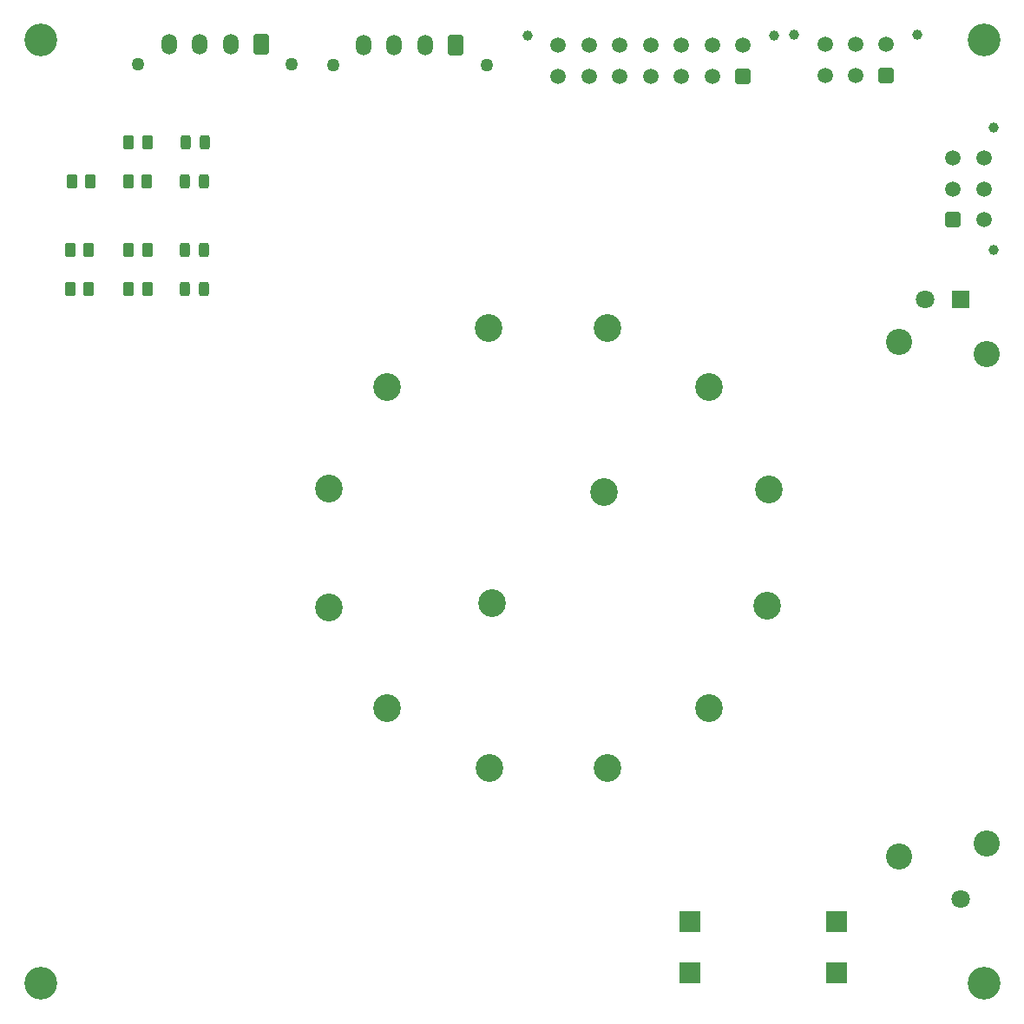
<source format=gbr>
%TF.GenerationSoftware,KiCad,Pcbnew,(6.0.7)*%
%TF.CreationDate,2023-02-04T14:26:28-06:00*%
%TF.ProjectId,ControlsSim,436f6e74-726f-46c7-9353-696d2e6b6963,rev?*%
%TF.SameCoordinates,Original*%
%TF.FileFunction,Soldermask,Top*%
%TF.FilePolarity,Negative*%
%FSLAX46Y46*%
G04 Gerber Fmt 4.6, Leading zero omitted, Abs format (unit mm)*
G04 Created by KiCad (PCBNEW (6.0.7)) date 2023-02-04 14:26:28*
%MOMM*%
%LPD*%
G01*
G04 APERTURE LIST*
G04 Aperture macros list*
%AMRoundRect*
0 Rectangle with rounded corners*
0 $1 Rounding radius*
0 $2 $3 $4 $5 $6 $7 $8 $9 X,Y pos of 4 corners*
0 Add a 4 corners polygon primitive as box body*
4,1,4,$2,$3,$4,$5,$6,$7,$8,$9,$2,$3,0*
0 Add four circle primitives for the rounded corners*
1,1,$1+$1,$2,$3*
1,1,$1+$1,$4,$5*
1,1,$1+$1,$6,$7*
1,1,$1+$1,$8,$9*
0 Add four rect primitives between the rounded corners*
20,1,$1+$1,$2,$3,$4,$5,0*
20,1,$1+$1,$4,$5,$6,$7,0*
20,1,$1+$1,$6,$7,$8,$9,0*
20,1,$1+$1,$8,$9,$2,$3,0*%
G04 Aperture macros list end*
%ADD10RoundRect,0.250000X0.262500X0.450000X-0.262500X0.450000X-0.262500X-0.450000X0.262500X-0.450000X0*%
%ADD11C,3.200000*%
%ADD12RoundRect,0.250000X-0.262500X-0.450000X0.262500X-0.450000X0.262500X0.450000X-0.262500X0.450000X0*%
%ADD13RoundRect,0.243750X-0.243750X-0.456250X0.243750X-0.456250X0.243750X0.456250X-0.243750X0.456250X0*%
%ADD14C,1.000000*%
%ADD15RoundRect,0.250001X0.499999X0.499999X-0.499999X0.499999X-0.499999X-0.499999X0.499999X-0.499999X0*%
%ADD16C,1.500000*%
%ADD17C,1.270000*%
%ADD18RoundRect,0.250001X0.499999X0.759999X-0.499999X0.759999X-0.499999X-0.759999X0.499999X-0.759999X0*%
%ADD19O,1.500000X2.020000*%
%ADD20R,1.800000X1.800000*%
%ADD21C,1.800000*%
%ADD22C,2.550000*%
%ADD23R,2.100000X2.100000*%
%ADD24C,2.700000*%
%ADD25RoundRect,0.250001X0.499999X-0.499999X0.499999X0.499999X-0.499999X0.499999X-0.499999X-0.499999X0*%
G04 APERTURE END LIST*
D10*
%TO.C,R6*%
X114350000Y-67750000D03*
X112525000Y-67750000D03*
%TD*%
D11*
%TO.C,H4*%
X104000000Y-54000000D03*
%TD*%
%TO.C,H2*%
X196000000Y-54000000D03*
%TD*%
D12*
%TO.C,R3*%
X112587500Y-78250000D03*
X114412500Y-78250000D03*
%TD*%
D13*
%TO.C,D4*%
X118062500Y-67750000D03*
X119937500Y-67750000D03*
%TD*%
D12*
%TO.C,R4*%
X106837500Y-78250000D03*
X108662500Y-78250000D03*
%TD*%
D14*
%TO.C,J7*%
X175500000Y-53560000D03*
X151500000Y-53560000D03*
D15*
X172500000Y-57500000D03*
D16*
X169500000Y-57500000D03*
X166500000Y-57500000D03*
X163500000Y-57500000D03*
X160500000Y-57500000D03*
X157500000Y-57500000D03*
X154500000Y-57500000D03*
X172500000Y-54500000D03*
X169500000Y-54500000D03*
X166500000Y-54500000D03*
X163500000Y-54500000D03*
X160500000Y-54500000D03*
X157500000Y-54500000D03*
X154500000Y-54500000D03*
%TD*%
D17*
%TO.C,J6*%
X132500000Y-56460000D03*
X147500000Y-56460000D03*
D18*
X144500000Y-54500000D03*
D19*
X141500000Y-54500000D03*
X138500000Y-54500000D03*
X135500000Y-54500000D03*
%TD*%
D13*
%TO.C,D2*%
X118062500Y-78250000D03*
X119937500Y-78250000D03*
%TD*%
D10*
%TO.C,R2*%
X108662500Y-74500000D03*
X106837500Y-74500000D03*
%TD*%
D20*
%TO.C,RV1*%
X193750000Y-79250000D03*
D21*
X190250000Y-79250000D03*
X193750000Y-137750000D03*
D22*
X196250000Y-84600000D03*
X187750000Y-83400000D03*
X196250000Y-132400000D03*
X187750000Y-133600000D03*
%TD*%
D13*
%TO.C,D3*%
X118125000Y-64000000D03*
X120000000Y-64000000D03*
%TD*%
%TO.C,D1*%
X118062500Y-74500000D03*
X119937500Y-74500000D03*
%TD*%
D10*
%TO.C,R7*%
X108850000Y-67750000D03*
X107025000Y-67750000D03*
%TD*%
D11*
%TO.C,H3*%
X196000000Y-146000000D03*
%TD*%
D23*
%TO.C,S1*%
X167350000Y-140000000D03*
X181650000Y-140000000D03*
X167350000Y-145000000D03*
X181650000Y-145000000D03*
%TD*%
D14*
%TO.C,J3*%
X177500000Y-53475000D03*
X189500000Y-53475000D03*
D15*
X186500000Y-57415000D03*
D16*
X183500000Y-57415000D03*
X180500000Y-57415000D03*
X186500000Y-54415000D03*
X183500000Y-54415000D03*
X180500000Y-54415000D03*
%TD*%
D24*
%TO.C,SW2*%
X159300000Y-82100000D03*
X169200000Y-87800000D03*
X175000000Y-97800000D03*
X174900000Y-109200000D03*
X169200000Y-119200000D03*
X159300000Y-125000000D03*
X147800000Y-125000000D03*
X137800000Y-119200000D03*
X132100000Y-109300000D03*
X132100000Y-97700000D03*
X137800000Y-87800000D03*
X147700000Y-82100000D03*
X158950000Y-98050000D03*
X148050000Y-108950000D03*
%TD*%
D11*
%TO.C,H1*%
X104000000Y-146000000D03*
%TD*%
D14*
%TO.C,J2*%
X196940000Y-62500000D03*
X196940000Y-74500000D03*
D25*
X193000000Y-71500000D03*
D16*
X193000000Y-68500000D03*
X193000000Y-65500000D03*
X196000000Y-71500000D03*
X196000000Y-68500000D03*
X196000000Y-65500000D03*
%TD*%
D10*
%TO.C,R1*%
X114412500Y-74500000D03*
X112587500Y-74500000D03*
%TD*%
D17*
%TO.C,J5*%
X113500000Y-56375000D03*
X128500000Y-56375000D03*
D18*
X125500000Y-54415000D03*
D19*
X122500000Y-54415000D03*
X119500000Y-54415000D03*
X116500000Y-54415000D03*
%TD*%
D10*
%TO.C,R5*%
X114412500Y-64000000D03*
X112587500Y-64000000D03*
%TD*%
M02*

</source>
